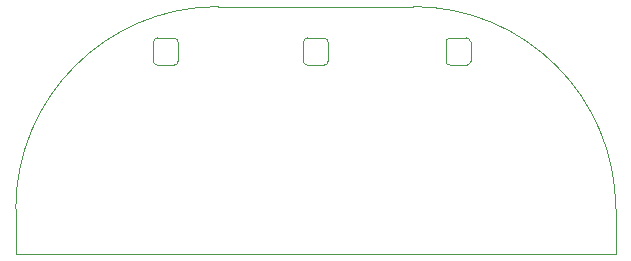
<source format=gbr>
%TF.GenerationSoftware,KiCad,Pcbnew,7.0.8*%
%TF.CreationDate,2024-01-07T14:56:32-05:00*%
%TF.ProjectId,lineFollowerArray,6c696e65-466f-46c6-9c6f-776572417272,01*%
%TF.SameCoordinates,Original*%
%TF.FileFunction,Profile,NP*%
%FSLAX46Y46*%
G04 Gerber Fmt 4.6, Leading zero omitted, Abs format (unit mm)*
G04 Created by KiCad (PCBNEW 7.0.8) date 2024-01-07 14:56:32*
%MOMM*%
%LPD*%
G01*
G04 APERTURE LIST*
%TA.AperFunction,Profile*%
%ADD10C,0.120000*%
%TD*%
%TA.AperFunction,Profile*%
%ADD11C,0.050000*%
%TD*%
G04 APERTURE END LIST*
D10*
X131445000Y-97155000D02*
X147955000Y-97155000D01*
X165100000Y-114300000D02*
G75*
G03*
X147955000Y-97155000I-17145000J0D01*
G01*
X114300000Y-118110000D02*
X165100000Y-118110000D01*
X131445000Y-97155000D02*
G75*
G03*
X114300000Y-114300000I0J-17145000D01*
G01*
X165100000Y-118110000D02*
X165100000Y-114300000D01*
X114300000Y-118110000D02*
X114300000Y-114300000D01*
D11*
%TO.C,D3*%
X125950000Y-101765000D02*
X125950000Y-100165000D01*
X126300000Y-99815000D02*
X127700000Y-99815000D01*
X127700000Y-102115000D02*
X126300000Y-102115000D01*
X128050000Y-100165000D02*
X128050000Y-101765000D01*
X126300000Y-99815000D02*
G75*
G03*
X125950000Y-100165000I1J-350001D01*
G01*
X125950000Y-101765000D02*
G75*
G03*
X126300000Y-102115000I350001J1D01*
G01*
X128050000Y-100165000D02*
G75*
G03*
X127700000Y-99815000I-350000J0D01*
G01*
X127700000Y-102115000D02*
G75*
G03*
X128050000Y-101765000I0J350000D01*
G01*
%TO.C,D5*%
X150715000Y-101765000D02*
X150715000Y-100165000D01*
X151065000Y-99815000D02*
X152465000Y-99815000D01*
X152465000Y-102115000D02*
X151065000Y-102115000D01*
X152815000Y-100165000D02*
X152815000Y-101765000D01*
X151065000Y-99815000D02*
G75*
G03*
X150715000Y-100165000I1J-350001D01*
G01*
X150715000Y-101765000D02*
G75*
G03*
X151065000Y-102115000I350001J1D01*
G01*
X152815000Y-100165000D02*
G75*
G03*
X152465000Y-99815000I-350000J0D01*
G01*
X152465000Y-102115000D02*
G75*
G03*
X152815000Y-101765000I0J350000D01*
G01*
%TO.C,D4*%
X138650000Y-101765000D02*
X138650000Y-100165000D01*
X139000000Y-99815000D02*
X140400000Y-99815000D01*
X140400000Y-102115000D02*
X139000000Y-102115000D01*
X140750000Y-100165000D02*
X140750000Y-101765000D01*
X139000000Y-99815000D02*
G75*
G03*
X138650000Y-100165000I1J-350001D01*
G01*
X138650000Y-101765000D02*
G75*
G03*
X139000000Y-102115000I350001J1D01*
G01*
X140750000Y-100165000D02*
G75*
G03*
X140400000Y-99815000I-350000J0D01*
G01*
X140400000Y-102115000D02*
G75*
G03*
X140750000Y-101765000I0J350000D01*
G01*
%TD*%
M02*

</source>
